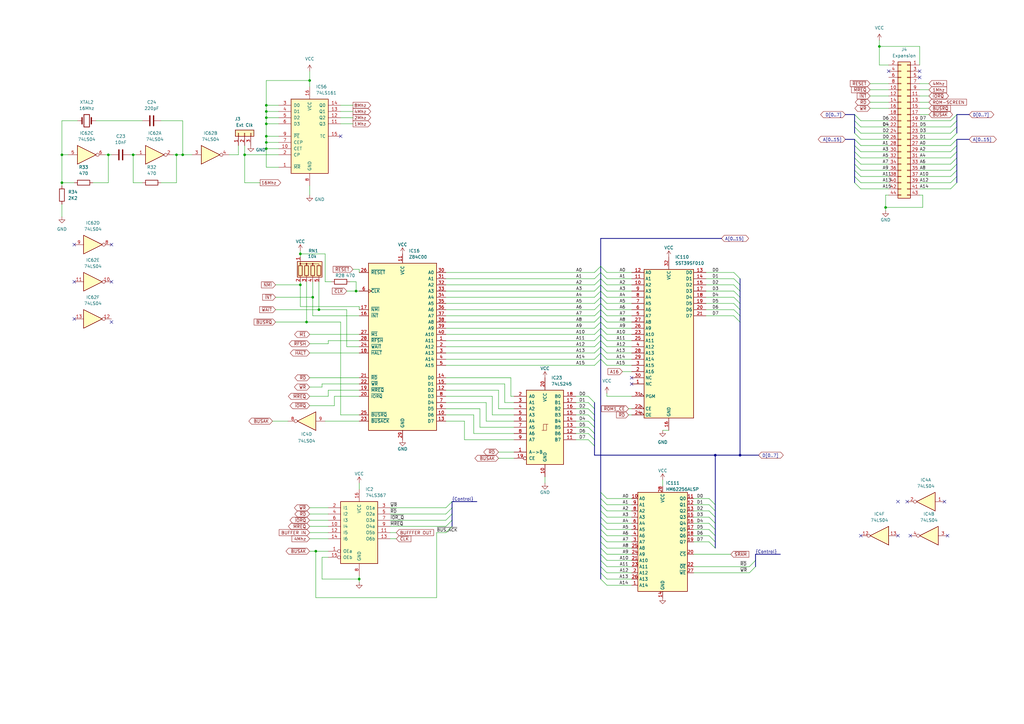
<source format=kicad_sch>
(kicad_sch (version 20231120) (generator "eeschema") (generator_version "8.0")
  (paper "A3")
  (lib_symbols
    (symbol "74xx:74LS04"
      (property "Reference" "U" (at 0 1.27 0))
      (property "Value" "74LS04" (at 0 -1.27 0))
      (symbol "74LS04_1_0"
        (pin input line (at -7.62 0 0) (length 3.81) (name "~") (number "1"))
        (pin output inverted (at 7.62 0 180) (length 3.81) (name "~") (number "2"))
      )
      (symbol "74LS04_2_0"
        (pin input line (at -7.62 0 0) (length 3.81) (name "~") (number "3"))
        (pin output inverted (at 7.62 0 180) (length 3.81) (name "~") (number "4"))
      )
      (symbol "74LS04_3_0"
        (pin input line (at -7.62 0 0) (length 3.81) (name "~") (number "5"))
        (pin output inverted (at 7.62 0 180) (length 3.81) (name "~") (number "6"))
      )
      (symbol "74LS04_4_0"
        (pin output inverted (at 7.62 0 180) (length 3.81) (name "~") (number "8"))
        (pin input line (at -7.62 0 0) (length 3.81) (name "~") (number "9"))
      )
      (symbol "74LS04_5_0"
        (pin output inverted (at 7.62 0 180) (length 3.81) (name "~") (number "10"))
        (pin input line (at -7.62 0 0) (length 3.81) (name "~") (number "11"))
      )
      (symbol "74LS04_6_0"
        (pin output inverted (at 7.62 0 180) (length 3.81) (name "~") (number "12"))
        (pin input line (at -7.62 0 0) (length 3.81) (name "~") (number "13"))
      )
      (symbol "74LS04_7_0"
        (pin power_in line (at 0 12.7 270) (length 5.08) (name "VCC") (number "14"))
        (pin power_in line (at 0 -12.7 90) (length 5.08) (name "GND") (number "7"))
      )
    )
    (symbol "74xx:74LS161" (pin_names (offset 1.016))
      (property "Reference" "U" (at -7.62 16.51 0))
      (property "Value" "74LS161" (at -7.62 -16.51 0))
      (symbol "74LS161_1_0"
        (pin input line (at -12.7 -12.7 0) (length 5.08) (name "~{MR}") (number "1"))
        (pin input line (at -12.7 -5.08 0) (length 5.08) (name "CET") (number "10"))
        (pin output line (at 12.7 5.08 180) (length 5.08) (name "Q3") (number "11"))
        (pin output line (at 12.7 7.62 180) (length 5.08) (name "Q2") (number "12"))
        (pin output line (at 12.7 10.16 180) (length 5.08) (name "Q1") (number "13"))
        (pin output line (at 12.7 12.7 180) (length 5.08) (name "Q0") (number "14"))
        (pin output line (at 12.7 0 180) (length 5.08) (name "TC") (number "15"))
        (pin power_in line (at 0 20.32 270) (length 5.08) (name "VCC") (number "16"))
        (pin input line (at -12.7 -7.62 0) (length 5.08) (name "CP") (number "2"))
        (pin input line (at -12.7 12.7 0) (length 5.08) (name "D0") (number "3"))
        (pin input line (at -12.7 10.16 0) (length 5.08) (name "D1") (number "4"))
        (pin input line (at -12.7 7.62 0) (length 5.08) (name "D2") (number "5"))
        (pin input line (at -12.7 5.08 0) (length 5.08) (name "D3") (number "6"))
        (pin input line (at -12.7 -2.54 0) (length 5.08) (name "CEP") (number "7"))
        (pin power_in line (at 0 -20.32 90) (length 5.08) (name "GND") (number "8"))
        (pin input line (at -12.7 0 0) (length 5.08) (name "~{PE}") (number "9"))
      )
    )
    (symbol "74xx:74LS245" (pin_names (offset 1.016))
      (property "Reference" "U" (at -7.62 16.51 0))
      (property "Value" "74LS245" (at -7.62 -16.51 0))
      (symbol "74LS245_1_0"
        (pin input line (at -12.7 -10.16 0) (length 5.08) (name "A->B") (number "1"))
        (pin power_in line (at 0 -20.32 90) (length 5.08) (name "GND") (number "10"))
        (pin tri_state line (at 12.7 -5.08 180) (length 5.08) (name "B7") (number "11"))
        (pin tri_state line (at 12.7 -2.54 180) (length 5.08) (name "B6") (number "12"))
        (pin tri_state line (at 12.7 0 180) (length 5.08) (name "B5") (number "13"))
        (pin tri_state line (at 12.7 2.54 180) (length 5.08) (name "B4") (number "14"))
        (pin tri_state line (at 12.7 5.08 180) (length 5.08) (name "B3") (number "15"))
        (pin tri_state line (at 12.7 7.62 180) (length 5.08) (name "B2") (number "16"))
        (pin tri_state line (at 12.7 10.16 180) (length 5.08) (name "B1") (number "17"))
        (pin tri_state line (at 12.7 12.7 180) (length 5.08) (name "B0") (number "18"))
        (pin input inverted (at -12.7 -12.7 0) (length 5.08) (name "CE") (number "19"))
        (pin tri_state line (at -12.7 12.7 0) (length 5.08) (name "A0") (number "2"))
        (pin power_in line (at 0 20.32 270) (length 5.08) (name "VCC") (number "20"))
        (pin tri_state line (at -12.7 10.16 0) (length 5.08) (name "A1") (number "3"))
        (pin tri_state line (at -12.7 7.62 0) (length 5.08) (name "A2") (number "4"))
        (pin tri_state line (at -12.7 5.08 0) (length 5.08) (name "A3") (number "5"))
        (pin tri_state line (at -12.7 2.54 0) (length 5.08) (name "A4") (number "6"))
        (pin tri_state line (at -12.7 0 0) (length 5.08) (name "A5") (number "7"))
        (pin tri_state line (at -12.7 -2.54 0) (length 5.08) (name "A6") (number "8"))
        (pin tri_state line (at -12.7 -5.08 0) (length 5.08) (name "A7") (number "9"))
      )
    )
    (symbol "74xx:74LS367" (pin_names (offset 1.016))
      (property "Reference" "U" (at -7.62 13.97 0))
      (property "Value" "74LS367" (at -7.62 -13.97 0))
      (symbol "74LS367_1_0"
        (pin input inverted (at -12.7 -7.62 0) (length 5.08) (name "OEa") (number "1"))
        (pin input line (at -12.7 2.54 0) (length 5.08) (name "I4") (number "10"))
        (pin tri_state line (at 12.7 0 180) (length 5.08) (name "O5b") (number "11"))
        (pin input line (at -12.7 0 0) (length 5.08) (name "I5") (number "12"))
        (pin tri_state line (at 12.7 -2.54 180) (length 5.08) (name "O6b") (number "13"))
        (pin input line (at -12.7 -2.54 0) (length 5.08) (name "I6") (number "14"))
        (pin input inverted (at -12.7 -10.16 0) (length 5.08) (name "OEb") (number "15"))
        (pin power_in line (at 0 17.78 270) (length 5.08) (name "VCC") (number "16"))
        (pin input line (at -12.7 10.16 0) (length 5.08) (name "I1") (number "2"))
        (pin tri_state line (at 12.7 10.16 180) (length 5.08) (name "O1a") (number "3"))
        (pin input line (at -12.7 7.62 0) (length 5.08) (name "I2") (number "4"))
        (pin tri_state line (at 12.7 7.62 180) (length 5.08) (name "O2a") (number "5"))
        (pin input line (at -12.7 5.08 0) (length 5.08) (name "I3") (number "6"))
        (pin tri_state line (at 12.7 5.08 180) (length 5.08) (name "O3a") (number "7"))
        (pin power_in line (at 0 -17.78 90) (length 5.08) (name "GND") (number "8"))
        (pin tri_state line (at 12.7 2.54 180) (length 5.08) (name "O4a") (number "9"))
      )
    )
    (symbol "CPU:Z80CPU" (pin_names (offset 1.016))
      (property "Reference" "U" (at -13.97 35.56 0))
      (property "Value" "Z80CPU" (at 6.35 35.56 0))
      (symbol "Z80CPU_1_1"
        (pin output line (at 17.78 2.54 180) (length 3.81) (name "A11") (number "1"))
        (pin bidirectional line (at 17.78 -27.94 180) (length 3.81) (name "D6") (number "10"))
        (pin power_in line (at 0 38.1 270) (length 3.81) (name "VCC") (number "11"))
        (pin bidirectional line (at 17.78 -17.78 180) (length 3.81) (name "D2") (number "12"))
        (pin bidirectional line (at 17.78 -30.48 180) (length 3.81) (name "D7") (number "13"))
        (pin bidirectional line (at 17.78 -12.7 180) (length 3.81) (name "D0") (number "14"))
        (pin bidirectional line (at 17.78 -15.24 180) (length 3.81) (name "D1") (number "15"))
        (pin input line (at -17.78 12.7 0) (length 3.81) (name "~{INT}") (number "16"))
        (pin input line (at -17.78 15.24 0) (length 3.81) (name "~{NMI}") (number "17"))
        (pin output line (at -17.78 -2.54 0) (length 3.81) (name "~{HALT}") (number "18"))
        (pin output line (at -17.78 -17.78 0) (length 3.81) (name "~{MREQ}") (number "19"))
        (pin output line (at 17.78 0 180) (length 3.81) (name "A12") (number "2"))
        (pin output line (at -17.78 -20.32 0) (length 3.81) (name "~{IORQ}") (number "20"))
        (pin output line (at -17.78 -12.7 0) (length 3.81) (name "~{RD}") (number "21"))
        (pin output line (at -17.78 -15.24 0) (length 3.81) (name "~{WR}") (number "22"))
        (pin output line (at -17.78 -30.48 0) (length 3.81) (name "~{BUSACK}") (number "23"))
        (pin input line (at -17.78 0 0) (length 3.81) (name "~{WAIT}") (number "24"))
        (pin input line (at -17.78 -27.94 0) (length 3.81) (name "~{BUSRQ}") (number "25"))
        (pin input line (at -17.78 30.48 0) (length 3.81) (name "~{RESET}") (number "26"))
        (pin output line (at -17.78 5.08 0) (length 3.81) (name "~{M1}") (number "27"))
        (pin output line (at -17.78 2.54 0) (length 3.81) (name "~{RFSH}") (number "28"))
        (pin power_in line (at 0 -38.1 90) (length 3.81) (name "GND") (number "29"))
        (pin output line (at 17.78 -2.54 180) (length 3.81) (name "A13") (number "3"))
        (pin output line (at 17.78 30.48 180) (length 3.81) (name "A0") (number "30"))
        (pin output line (at 17.78 27.94 180) (length 3.81) (name "A1") (number "31"))
        (pin output line (at 17.78 25.4 180) (length 3.81) (name "A2") (number "32"))
        (pin output line (at 17.78 22.86 180) (length 3.81) (name "A3") (number "33"))
        (pin output line (at 17.78 20.32 180) (length 3.81) (name "A4") (number "34"))
        (pin output line (at 17.78 17.78 180) (length 3.81) (name "A5") (number "35"))
        (pin output line (at 17.78 15.24 180) (length 3.81) (name "A6") (number "36"))
        (pin output line (at 17.78 12.7 180) (length 3.81) (name "A7") (number "37"))
        (pin output line (at 17.78 10.16 180) (length 3.81) (name "A8") (number "38"))
        (pin output line (at 17.78 7.62 180) (length 3.81) (name "A9") (number "39"))
        (pin output line (at 17.78 -5.08 180) (length 3.81) (name "A14") (number "4"))
        (pin output line (at 17.78 5.08 180) (length 3.81) (name "A10") (number "40"))
        (pin output line (at 17.78 -7.62 180) (length 3.81) (name "A15") (number "5"))
        (pin input clock (at -17.78 22.86 0) (length 3.81) (name "~{CLK}") (number "6"))
        (pin bidirectional line (at 17.78 -22.86 180) (length 3.81) (name "D4") (number "7"))
        (pin bidirectional line (at 17.78 -20.32 180) (length 3.81) (name "D3") (number "8"))
        (pin bidirectional line (at 17.78 -25.4 180) (length 3.81) (name "D5") (number "9"))
      )
    )
    (symbol "Connector_Generic:Conn_01x03" (pin_names (offset 1.016) hide)
      (property "Reference" "J" (at 0 5.08 0))
      (property "Value" "Conn_01x03" (at 0 -5.08 0))
      (symbol "Conn_01x03_1_1"
        (pin passive line (at -5.08 2.54 0) (length 3.81) (name "Pin_1") (number "1"))
        (pin passive line (at -5.08 0 0) (length 3.81) (name "Pin_2") (number "2"))
        (pin passive line (at -5.08 -2.54 0) (length 3.81) (name "Pin_3") (number "3"))
      )
    )
    (symbol "Connector_Generic:Conn_02x22_Odd_Even" (pin_names (offset 1.016) hide)
      (property "Reference" "J" (at 1.27 27.94 0))
      (property "Value" "Conn_02x22_Odd_Even" (at 1.27 -30.48 0))
      (symbol "Conn_02x22_Odd_Even_1_1"
        (pin passive line (at -5.08 25.4 0) (length 3.81) (name "Pin_1") (number "1"))
        (pin passive line (at 7.62 15.24 180) (length 3.81) (name "Pin_10") (number "10"))
        (pin passive line (at -5.08 12.7 0) (length 3.81) (name "Pin_11") (number "11"))
        (pin passive line (at 7.62 12.7 180) (length 3.81) (name "Pin_12") (number "12"))
        (pin passive line (at -5.08 10.16 0) (length 3.81) (name "Pin_13") (number "13"))
        (pin passive line (at 7.62 10.16 180) (length 3.81) (name "Pin_14") (number "14"))
        (pin passive line (at -5.08 7.62 0) (length 3.81) (name "Pin_15") (number "15"))
        (pin passive line (at 7.62 7.62 180) (length 3.81) (name "Pin_16") (number "16"))
        (pin passive line (at -5.08 5.08 0) (length 3.81) (name "Pin_17") (number "17"))
        (pin passive line (at 7.62 5.08 180) (length 3.81) (name "Pin_18") (number "18"))
        (pin passive line (at -5.08 2.54 0) (length 3.81) (name "Pin_19") (number "19"))
        (pin passive line (at 7.62 25.4 180) (length 3.81) (name "Pin_2") (number "2"))
        (pin passive line (at 7.62 2.54 180) (length 3.81) (name "Pin_20") (number "20"))
        (pin passive line (at -5.08 0 0) (length 3.81) (name "Pin_21") (number "21"))
        (pin passive line (at 7.62 0 180) (length 3.81) (name "Pin_22") (number "22"))
        (pin passive line (at -5.08 -2.54 0) (length 3.81) (name "Pin_23") (number "23"))
        (pin passive line (at 7.62 -2.54 180) (length 3.81) (name "Pin_24") (number "24"))
        (pin passive line (at -5.08 -5.08 0) (length 3.81) (name "Pin_25") (number "25"))
        (pin passive line (at 7.62 -5.08 180) (length 3.81) (name "Pin_26") (number "26"))
        (pin passive line (at -5.08 -7.62 0) (length 3.81) (name "Pin_27") (number "27"))
        (pin passive line (at 7.62 -7.62 180) (length 3.81) (name "Pin_28") (number "28"))
        (pin passive line (at -5.08 -10.16 0) (length 3.81) (name "Pin_29") (number "29"))
        (pin passive line (at -5.08 22.86 0) (length 3.81) (name "Pin_3") (number "3"))
        (pin passive line (at 7.62 -10.16 180) (length 3.81) (name "Pin_30") (number "30"))
        (pin passive line (at -5.08 -12.7 0) (length 3.81) (name "Pin_31") (number "31"))
        (pin passive line (at 7.62 -12.7 180) (length 3.81) (name "Pin_32") (number "32"))
        (pin passive line (at -5.08 -15.24 0) (length 3.81) (name "Pin_33") (number "33"))
        (pin passive line (at 7.62 -15.24 180) (length 3.81) (name "Pin_34") (number "34"))
        (pin passive line (at -5.08 -17.78 0) (length 3.81) (name "Pin_35") (number "35"))
        (pin passive line (at 7.62 -17.78 180) (length 3.81) (name "Pin_36") (number "36"))
        (pin passive line (at -5.08 -20.32 0) (length 3.81) (name "Pin_37") (number "37"))
        (pin passive line (at 7.62 -20.32 180) (length 3.81) (name "Pin_38") (number "38"))
        (pin passive line (at -5.08 -22.86 0) (length 3.81) (name "Pin_39") (number "39"))
        (pin passive line (at 7.62 22.86 180) (length 3.81) (name "Pin_4") (number "4"))
        (pin passive line (at 7.62 -22.86 180) (length 3.81) (name "Pin_40") (number "40"))
        (pin passive line (at -5.08 -25.4 0) (length 3.81) (name "Pin_41") (number "41"))
        (pin passive line (at 7.62 -25.4 180) (length 3.81) (name "Pin_42") (number "42"))
        (pin passive line (at -5.08 -27.94 0) (length 3.81) (name "Pin_43") (number "43"))
        (pin passive line (at 7.62 -27.94 180) (length 3.81) (name "Pin_44") (number "44"))
        (pin passive line (at -5.08 20.32 0) (length 3.81) (name "Pin_5") (number "5"))
        (pin passive line (at 7.62 20.32 180) (length 3.81) (name "Pin_6") (number "6"))
        (pin passive line (at -5.08 17.78 0) (length 3.81) (name "Pin_7") (number "7"))
        (pin passive line (at 7.62 17.78 180) (length 3.81) (name "Pin_8") (number "8"))
        (pin passive line (at -5.08 15.24 0) (length 3.81) (name "Pin_9") (number "9"))
      )
    )
    (symbol "Device:C" (pin_numbers hide) (pin_names (offset 0.254))
      (property "Reference" "C" (at 0.635 2.54 0))
      (property "Value" "C" (at 0.635 -2.54 0))
      (symbol "C_1_1"
        (pin passive line (at 0 3.81 270) (length 2.794) (name "~") (number "1"))
        (pin passive line (at 0 -3.81 90) (length 2.794) (name "~") (number "2"))
      )
    )
    (symbol "Device:Crystal" (pin_numbers hide) (pin_names (offset 1.016) hide)
      (property "Reference" "Y" (at 0 3.81 0))
      (property "Value" "Crystal" (at 0 -3.81 0))
      (symbol "Crystal_1_1"
        (pin passive line (at -3.81 0 0) (length 1.27) (name "1") (number "1"))
        (pin passive line (at 3.81 0 180) (length 1.27) (name "2") (number "2"))
      )
    )
    (symbol "Device:R" (pin_numbers hide) (pin_names (offset 0))
      (property "Reference" "R" (at 2.032 0 90))
      (property "Value" "R" (at 0 0 90))
      (symbol "R_1_1"
        (pin passive line (at 0 3.81 270) (length 1.27) (name "~") (number "1"))
        (pin passive line (at 0 -3.81 90) (length 1.27) (name "~") (number "2"))
      )
    )
    (symbol "Memory_Flash:SST39SF010"
      (property "Reference" "U" (at 2.54 33.02 0))
      (property "Value" "SST39SF010" (at 0 -30.48 0))
      (symbol "SST39SF010_0_0"
        (pin power_in line (at 0 -34.29 90) (length 5.08) (name "GND") (number "16"))
        (pin power_in line (at 0 36.83 270) (length 5.08) (name "VCC") (number "32"))
      )
      (symbol "SST39SF010_1_1"
        (pin input line (at -15.24 -15.24 0) (length 5.08) (name "NC") (number "1"))
        (pin input line (at -15.24 25.4 0) (length 5.08) (name "A2") (number "10"))
        (pin input line (at -15.24 27.94 0) (length 5.08) (name "A1") (number "11"))
        (pin input line (at -15.24 30.48 0) (length 5.08) (name "A0") (number "12"))
        (pin tri_state line (at 15.24 30.48 180) (length 5.08) (name "D0") (number "13"))
        (pin tri_state line (at 15.24 27.94 180) (length 5.08) (name "D1") (number "14"))
        (pin tri_state line (at 15.24 25.4 180) (length 5.08) (name "D2") (number "15"))
        (pin tri_state line (at 15.24 22.86 180) (length 5.08) (name "D3") (number "17"))
        (pin tri_state line (at 15.24 20.32 180) (length 5.08) (name "D4") (number "18"))
        (pin tri_state line (at 15.24 17.78 180) (length 5.08) (name "D5") (number "19"))
        (pin input line (at -15.24 -10.16 0) (length 5.08) (name "A16") (number "2"))
        (pin tri_state line (at 15.24 15.24 180) (length 5.08) (name "D6") (number "20"))
        (pin tri_state line (at 15.24 12.7 180) (length 5.08) (name "D7") (number "21"))
        (pin input input_low (at -15.24 -25.4 0) (length 5.08) (name "CE") (number "22"))
        (pin input line (at -15.24 5.08 0) (length 5.08) (name "A10") (number "23"))
        (pin input input_low (at -15.24 -27.94 0) (length 5.08) (name "OE") (number "24"))
        (pin input line (at -15.24 2.54 0) (length 5.08) (name "A11") (number "25"))
        (pin input line (at -15.24 7.62 0) (length 5.08) (name "A9") (number "26"))
        (pin input line (at -15.24 10.16 0) (length 5.08) (name "A8") (number "27"))
        (pin input line (at -15.24 -2.54 0) (length 5.08) (name "A13") (number "28"))
        (pin input line (at -15.24 -5.08 0) (length 5.08) (name "A14") (number "29"))
        (pin input line (at -15.24 -7.62 0) (length 5.08) (name "A15") (number "3"))
        (pin input line (at -15.24 -12.7 0) (length 5.08) (name "NC") (number "30"))
        (pin input input_low (at -15.24 -20.32 0) (length 5.08) (name "PGM") (number "31"))
        (pin input line (at -15.24 0 0) (length 5.08) (name "A12") (number "4"))
        (pin input line (at -15.24 12.7 0) (length 5.08) (name "A7") (number "5"))
        (pin input line (at -15.24 15.24 0) (length 5.08) (name "A6") (number "6"))
        (pin input line (at -15.24 17.78 0) (length 5.08) (name "A5") (number "7"))
        (pin input line (at -15.24 20.32 0) (length 5.08) (name "A4") (number "8"))
        (pin input line (at -15.24 22.86 0) (length 5.08) (name "A3") (number "9"))
      )
    )
    (symbol "Memory_RAM:CY62256-70PC"
      (property "Reference" "U" (at -10.16 20.955 0))
      (property "Value" "CY62256-70PC" (at 2.54 20.955 0))
      (symbol "CY62256-70PC_0_0"
        (pin power_in line (at 0 -22.86 90) (length 2.54) (name "GND") (number "14"))
        (pin power_in line (at 0 22.86 270) (length 2.54) (name "VCC") (number "28"))
      )
      (symbol "CY62256-70PC_1_1"
        (pin input line (at -12.7 -17.78 0) (length 2.54) (name "A14") (number "1"))
        (pin input line (at -12.7 17.78 0) (length 2.54) (name "A0") (number "10"))
        (pin tri_state line (at 12.7 17.78 180) (length 2.54) (name "Q0") (number "11"))
        (pin tri_state line (at 12.7 15.24 180) (length 2.54) (name "Q1") (number "12"))
        (pin tri_state line (at 12.7 12.7 180) (length 2.54) (name "Q2") (number "13"))
        (pin tri_state line (at 12.7 10.16 180) (length 2.54) (name "Q3") (number "15"))
        (pin tri_state line (at 12.7 7.62 180) (length 2.54) (name "Q4") (number "16"))
        (pin tri_state line (at 12.7 5.08 180) (length 2.54) (name "Q5") (number "17"))
        (pin tri_state line (at 12.7 2.54 180) (length 2.54) (name "Q6") (number "18"))
        (pin tri_state line (at 12.7 0 180) (length 2.54) (name "Q7") (number "19"))
        (pin input line (at -12.7 -12.7 0) (length 2.54) (name "A12") (number "2"))
        (pin input line (at 12.7 -5.08 180) (length 2.54) (name "~{CS}") (number "20"))
        (pin input line (at -12.7 -7.62 0) (length 2.54) (name "A10") (number "21"))
        (pin input line (at 12.7 -10.16 180) (length 2.54) (name "~{OE}") (number "22"))
        (pin input line (at -12.7 -10.16 0) (length 2.54) (name "A11") (number "23"))
        (pin input line (at -12.7 -5.08 0) (length 2.54) (name "A9") (number "24"))
        (pin input line (at -12.7 -2.54 0) (length 2.54) (name "A8") (number "25"))
        (pin input line (at -12.7 -15.24 0) (length 2.54) (name "A13") (number "26"))
        (pin input line (at 12.7 -12.7 180) (length 2.54) (name "~{WE}") (number "27"))
        (pin input line (at -12.7 0 0) (length 2.54) (name "A7") (number "3"))
        (pin input line (at -12.7 2.54 0) (length 2.54) (name "A6") (number "4"))
        (pin input line (at -12.7 5.08 0) (length 2.54) (name "A5") (number "5"))
        (pin input line (at -12.7 7.62 0) (length 2.54) (name "A4") (number "6"))
        (pin input line (at -12.7 10.16 0) (length 2.54) (name "A3") (number "7"))
        (pin input line (at -12.7 12.7 0) (length 2.54) (name "A2") (number "8"))
        (pin input line (at -12.7 15.24 0) (length 2.54) (name "A1") (number "9"))
      )
    )
    (symbol "PCM_Resistor_AKL:R_Bussed_SIP-5" (pin_names (offset 0.002) hide)
      (property "Reference" "RN" (at 5.08 1.27 0))
      (property "Value" "R_Bussed_SIP-5" (at 5.08 -1.27 0))
      (symbol "R_Bussed_SIP-5_1_1"
        (pin passive line (at -5.08 5.08 270) (length 1.27) (name "common") (number "1"))
        (pin passive line (at -5.08 -5.08 90) (length 1.27) (name "R1") (number "2"))
        (pin passive line (at -2.54 -5.08 90) (length 1.27) (name "R2") (number "3"))
        (pin passive line (at 0 -5.08 90) (length 1.27) (name "R3") (number "4"))
        (pin passive line (at 2.54 -5.08 90) (length 1.27) (name "R4") (number "5"))
      )
    )
    (symbol "VCC_1" (power) (pin_numbers hide) (pin_names (offset 0) hide)
      (property "Value" "VCC" (at 0 3.556 0))
      (symbol "VCC_1_1_1"
        (pin power_in line (at 0 0 90) (length 0) (name "~") (number "1"))
      )
    )
    (symbol "VCC_2" (power) (pin_numbers hide) (pin_names (offset 0) hide)
      (property "Value" "VCC" (at 0 3.556 0))
      (symbol "VCC_2_1_1"
        (pin power_in line (at 0 0 90) (length 0) (name "~") (number "1"))
      )
    )
    (symbol "power:GND" (power) (pin_names (offset 0))
      (property "Value" "GND" (at 0 -3.81 0))
      (symbol "GND_1_1"
        (pin power_in line (at 0 0 270) (length 0) hide (name "GND") (number "1"))
      )
    )
    (symbol "power:VCC" (power) (pin_names (offset 0))
      (property "Value" "VCC" (at 0 3.81 0))
      (symbol "VCC_1_1"
        (pin power_in line (at 0 0 90) (length 0) hide (name "VCC") (number "1"))
      )
    )
  )
  (bus_alias "Control" (members "Reset" "~{Reset}" "~{INT}" "~{BUS_REQ}" "~{M1}" "~{RFSH}" "~{RD}" "~{WR}" "~{IOR_Q}" "~{MREQ}" "~{BUS_ACK}"))
  (junction (at 293.37 186.69))
  (junction (at 360.68 19.05))
  (junction (at 303.53 186.69))
  (junction (at 74.93 63.5))
  (junction (at 123.19 116.84))
  (junction (at 109.22 43.18))
  (junction (at 146.05 119.38))
  (junction (at 54.61 63.5))
  (junction (at 100.33 63.5))
  (junction (at 44.45 63.5))
  (junction (at 109.22 50.8))
  (junction (at 109.22 58.42))
  (junction (at 25.4 74.93))
  (junction (at 125.73 132.08))
  (junction (at 363.22 85.09))
  (junction (at 129.54 226.06))
  (junction (at 109.22 60.96))
  (junction (at 147.32 237.49))
  (junction (at 127 33.02))
  (junction (at 109.22 55.88))
  (junction (at 128.27 121.92))
  (junction (at 123.19 104.14))
  (junction (at 130.81 127))
  (junction (at 72.39 63.5))
  (junction (at 109.22 48.26))
  (junction (at 25.4 63.5))
  (junction (at 109.22 45.72))
  (no_connect (at 30.48 115.57))
  (no_connect (at 388.62 219.71))
  (no_connect (at 364.49 29.21))
  (no_connect (at 368.3 219.71))
  (no_connect (at 30.48 130.81))
  (no_connect (at 377.19 31.75))
  (no_connect (at 353.06 219.71))
  (no_connect (at 139.7 55.88))
  (no_connect (at 373.38 219.71))
  (no_connect (at 377.19 29.21))
  (no_connect (at 45.72 132.08))
  (no_connect (at 387.35 205.74))
  (no_connect (at 259.08 154.94))
  (no_connect (at 372.11 205.74))
  (no_connect (at 368.3 205.74))
  (no_connect (at 259.08 157.48))
  (no_connect (at 30.48 100.33))
  (no_connect (at 45.72 100.33))
  (no_connect (at 45.72 115.57))
  (bus_entry (at 243.84 121.92) (size 2.54 -2.54))
  (bus_entry (at 350.52 74.93) (size 2.54 2.54))
  (bus_entry (at 350.52 59.69) (size 2.54 2.54))
  (bus_entry (at 241.3 170.18) (size 2.54 2.54))
  (bus_entry (at 248.92 204.47) (size -2.54 -2.54))
  (bus_entry (at 248.92 134.62) (size -2.54 -2.54))
  (bus_entry (at 248.92 217.17) (size -2.54 -2.54))
  (bus_entry (at 248.92 227.33) (size -2.54 -2.54))
  (bus_entry (at 290.83 209.55) (size 2.54 2.54))
  (bus_entry (at 243.84 137.16) (size 2.54 -2.54))
  (bus_entry (at 248.92 116.84) (size -2.54 -2.54))
  (bus_entry (at 309.88 232.41) (size -2.54 2.54))
  (bus_entry (at 241.3 162.56) (size 2.54 2.54))
  (bus_entry (at 300.99 127) (size 2.54 2.54))
  (bus_entry (at 243.84 114.3) (size 2.54 -2.54))
  (bus_entry (at 241.3 177.8) (size 2.54 2.54))
  (bus_entry (at 248.92 232.41) (size -2.54 -2.54))
  (bus_entry (at 243.84 116.84) (size 2.54 -2.54))
  (bus_entry (at 290.83 214.63) (size 2.54 2.54))
  (bus_entry (at 290.83 204.47) (size 2.54 2.54))
  (bus_entry (at 248.92 139.7) (size -2.54 -2.54))
  (bus_entry (at 243.84 129.54) (size 2.54 -2.54))
  (bus_entry (at 300.99 124.46) (size 2.54 2.54))
  (bus_entry (at 243.84 124.46) (size 2.54 -2.54))
  (bus_entry (at 241.3 175.26) (size 2.54 2.54))
  (bus_entry (at 248.92 237.49) (size -2.54 -2.54))
  (bus_entry (at 392.43 69.85) (size -2.54 2.54))
  (bus_entry (at 243.84 132.08) (size 2.54 -2.54))
  (bus_entry (at 243.84 144.78) (size 2.54 -2.54))
  (bus_entry (at 392.43 67.31) (size -2.54 2.54))
  (bus_entry (at 392.43 49.53) (size -2.54 2.54))
  (bus_entry (at 185.42 213.36) (size -2.54 2.54))
  (bus_entry (at 290.83 222.25) (size 2.54 2.54))
  (bus_entry (at 290.83 207.01) (size 2.54 2.54))
  (bus_entry (at 243.84 111.76) (size 2.54 -2.54))
  (bus_entry (at 243.84 127) (size 2.54 -2.54))
  (bus_entry (at 290.83 219.71) (size 2.54 2.54))
  (bus_entry (at 248.92 129.54) (size -2.54 -2.54))
  (bus_entry (at 392.43 72.39) (size -2.54 2.54))
  (bus_entry (at 241.3 180.34) (size 2.54 2.54))
  (bus_entry (at 350.52 46.99) (size 2.54 2.54))
  (bus_entry (at 248.92 142.24) (size -2.54 -2.54))
  (bus_entry (at 392.43 59.69) (size -2.54 2.54))
  (bus_entry (at 300.99 114.3) (size 2.54 2.54))
  (bus_entry (at 290.83 212.09) (size 2.54 2.54))
  (bus_entry (at 248.92 207.01) (size -2.54 -2.54))
  (bus_entry (at 392.43 62.23) (size -2.54 2.54))
  (bus_entry (at 248.92 240.03) (size -2.54 -2.54))
  (bus_entry (at 350.52 64.77) (size 2.54 2.54))
  (bus_entry (at 248.92 124.46) (size -2.54 -2.54))
  (bus_entry (at 248.92 209.55) (size -2.54 -2.54))
  (bus_entry (at 185.42 215.9) (size -2.54 2.54))
  (bus_entry (at 248.92 212.09) (size -2.54 -2.54))
  (bus_entry (at 300.99 121.92) (size 2.54 2.54))
  (bus_entry (at 350.52 72.39) (size 2.54 2.54))
  (bus_entry (at 309.88 229.87) (size -2.54 2.54))
  (bus_entry (at 248.92 147.32) (size -2.54 -2.54))
  (bus_entry (at 248.92 222.25) (size -2.54 -2.54))
  (bus_entry (at 350.52 57.15) (size 2.54 2.54))
  (bus_entry (at 290.83 217.17) (size 2.54 2.54))
  (bus_entry (at 300.99 116.84) (size 2.54 2.54))
  (bus_entry (at 392.43 57.15) (size -2.54 2.54))
  (bus_entry (at 243.84 119.38) (size 2.54 -2.54))
  (bus_entry (at 248.92 214.63) (size -2.54 -2.54))
  (bus_entry (at 243.84 149.86) (size 2.54 -2.54))
  (bus_entry (at 248.92 114.3) (size -2.54 -2.54))
  (bus_entry (at 185.42 205.74) (size -2.54 2.54))
  (bus_entry (at 392.43 46.99) (size -2.54 2.54))
  (bus_entry (at 350.52 62.23) (size 2.54 2.54))
  (bus_entry (at 241.3 172.72) (size 2.54 2.54))
  (bus_entry (at 248.92 111.76) (size -2.54 -2.54))
  (bus_entry (at 300.99 119.38) (size 2.54 2.54))
  (bus_entry (at 392.43 64.77) (size -2.54 2.54))
  (bus_entry (at 392.43 52.07) (size -2.54 2.54))
  (bus_entry (at 185.42 208.28) (size -2.54 2.54))
  (bus_entry (at 248.92 132.08) (size -2.54 -2.54))
  (bus_entry (at 185.42 210.82) (size -2.54 2.54))
  (bus_entry (at 350.52 54.61) (size 2.54 2.54))
  (bus_entry (at 241.3 167.64) (size 2.54 2.54))
  (bus_entry (at 248.92 137.16) (size -2.54 -2.54))
  (bus_entry (at 392.43 54.61) (size -2.54 2.54))
  (bus_entry (at 248.92 234.95) (size -2.54 -2.54))
  (bus_entry (at 248.92 149.86) (size -2.54 -2.54))
  (bus_entry (at 300.99 111.76) (size 2.54 2.54))
  (bus_entry (at 248.92 144.78) (size -2.54 -2.54))
  (bus_entry (at 248.92 119.38) (size -2.54 -2.54))
  (bus_entry (at 248.92 127) (size -2.54 -2.54))
  (bus_entry (at 248.92 121.92) (size -2.54 -2.54))
  (bus_entry (at 243.84 147.32) (size 2.54 -2.54))
  (bus_entry (at 350.52 67.31) (size 2.54 2.54))
  (bus_entry (at 243.84 134.62) (size 2.54 -2.54))
  (bus_entry (at 241.3 165.1) (size 2.54 2.54))
  (bus_entry (at 350.52 69.85) (size 2.54 2.54))
  (bus_entry (at 300.99 129.54) (size 2.54 2.54))
  (bus_entry (at 350.52 49.53) (size 2.54 2.54))
  (bus_entry (at 243.84 139.7) (size 2.54 -2.54))
  (bus_entry (at 350.52 52.07) (size 2.54 2.54))
  (bus_entry (at 243.84 142.24) (size 2.54 -2.54))
  (bus_entry (at 248.92 229.87) (size -2.54 -2.54))
  (bus_entry (at 248.92 219.71) (size -2.54 -2.54))
  (bus_entry (at 392.43 74.93) (size -2.54 2.54))
  (bus_entry (at 248.92 224.79) (size -2.54 -2.54))
  (wire (pts (xy 209.55 154.94) (xy 209.55 162.56)))
  (wire (pts (xy 259.08 170.18) (xy 257.81 170.18)))
  (wire (pts (xy 123.19 104.14) (xy 123.19 105.41)))
  (wire (pts (xy 160.02 218.44) (xy 162.56 218.44)))
  (wire (pts (xy 289.56 124.46) (xy 300.99 124.46)))
  (bus (pts (xy 293.37 186.69) (xy 303.53 186.69)))
  (wire (pts (xy 248.92 111.76) (xy 259.08 111.76)))
  (wire (pts (xy 199.39 172.72) (xy 210.82 172.72)))
  (wire (pts (xy 109.22 45.72) (xy 109.22 43.18)))
  (wire (pts (xy 109.22 33.02) (xy 127 33.02)))
  (wire (pts (xy 132.08 157.48) (xy 147.32 157.48)))
  (wire (pts (xy 74.93 49.53) (xy 74.93 63.5)))
  (bus (pts (xy 350.52 54.61) (xy 350.52 52.07)))
  (bus (pts (xy 246.38 234.95) (xy 246.38 232.41)))
  (wire (pts (xy 182.88 111.76) (xy 243.84 111.76)))
  (bus (pts (xy 246.38 97.79) (xy 295.91 97.79)))
  (bus (pts (xy 185.42 208.28) (xy 185.42 210.82)))
  (bus (pts (xy 246.38 204.47) (xy 246.38 201.93)))
  (wire (pts (xy 182.88 160.02) (xy 204.47 160.02)))
  (wire (pts (xy 377.19 54.61) (xy 389.89 54.61)))
  (wire (pts (xy 207.01 165.1) (xy 210.82 165.1)))
  (bus (pts (xy 346.71 57.15) (xy 350.52 57.15)))
  (wire (pts (xy 97.79 59.69) (xy 97.79 63.5)))
  (bus (pts (xy 293.37 222.25) (xy 293.37 224.79)))
  (wire (pts (xy 147.32 129.54) (xy 128.27 129.54)))
  (wire (pts (xy 111.76 172.72) (xy 118.11 172.72)))
  (bus (pts (xy 243.84 172.72) (xy 243.84 175.26)))
  (bus (pts (xy 246.38 129.54) (xy 246.38 127)))
  (wire (pts (xy 353.06 74.93) (xy 364.49 74.93)))
  (wire (pts (xy 71.12 63.5) (xy 72.39 63.5)))
  (bus (pts (xy 246.38 147.32) (xy 246.38 144.78)))
  (bus (pts (xy 246.38 217.17) (xy 246.38 214.63)))
  (wire (pts (xy 356.87 34.29) (xy 364.49 34.29)))
  (bus (pts (xy 311.15 186.69) (xy 303.53 186.69)))
  (wire (pts (xy 53.34 63.5) (xy 54.61 63.5)))
  (wire (pts (xy 130.81 127) (xy 142.24 127)))
  (wire (pts (xy 289.56 127) (xy 300.99 127)))
  (wire (pts (xy 284.48 217.17) (xy 290.83 217.17)))
  (wire (pts (xy 360.68 19.05) (xy 360.68 26.67)))
  (wire (pts (xy 109.22 60.96) (xy 114.3 60.96)))
  (wire (pts (xy 123.19 125.73) (xy 147.32 125.73)))
  (wire (pts (xy 133.35 172.72) (xy 147.32 172.72)))
  (wire (pts (xy 25.4 74.93) (xy 25.4 63.5)))
  (wire (pts (xy 54.61 74.93) (xy 54.61 63.5)))
  (wire (pts (xy 364.49 80.01) (xy 363.22 80.01)))
  (bus (pts (xy 243.84 175.26) (xy 243.84 177.8)))
  (wire (pts (xy 182.88 157.48) (xy 207.01 157.48)))
  (bus (pts (xy 246.38 219.71) (xy 246.38 217.17)))
  (bus (pts (xy 246.38 212.09) (xy 246.38 209.55)))
  (wire (pts (xy 147.32 125.73) (xy 147.32 127)))
  (wire (pts (xy 182.88 167.64) (xy 196.85 167.64)))
  (wire (pts (xy 360.68 16.51) (xy 360.68 19.05)))
  (wire (pts (xy 248.92 147.32) (xy 259.08 147.32)))
  (wire (pts (xy 179.07 245.11) (xy 179.07 218.44)))
  (bus (pts (xy 303.53 119.38) (xy 303.53 121.92)))
  (wire (pts (xy 377.19 19.05) (xy 377.19 26.67)))
  (wire (pts (xy 127 76.2) (xy 127 80.01)))
  (bus (pts (xy 303.53 114.3) (xy 303.53 116.84)))
  (wire (pts (xy 248.92 162.56) (xy 248.92 161.29)))
  (bus (pts (xy 246.38 234.95) (xy 246.38 237.49)))
  (wire (pts (xy 128.27 115.57) (xy 128.27 121.92)))
  (wire (pts (xy 127 210.82) (xy 134.62 210.82)))
  (wire (pts (xy 43.18 63.5) (xy 44.45 63.5)))
  (wire (pts (xy 377.19 69.85) (xy 389.89 69.85)))
  (wire (pts (xy 142.24 142.24) (xy 147.32 142.24)))
  (bus (pts (xy 350.52 49.53) (xy 350.52 46.99)))
  (wire (pts (xy 127 144.78) (xy 147.32 144.78)))
  (wire (pts (xy 182.88 154.94) (xy 209.55 154.94)))
  (bus (pts (xy 392.43 49.53) (xy 392.43 46.99)))
  (bus (pts (xy 303.53 129.54) (xy 303.53 132.08)))
  (wire (pts (xy 236.22 175.26) (xy 241.3 175.26)))
  (wire (pts (xy 54.61 63.5) (xy 55.88 63.5)))
  (wire (pts (xy 139.7 170.18) (xy 147.32 170.18)))
  (wire (pts (xy 377.19 72.39) (xy 389.89 72.39)))
  (wire (pts (xy 113.03 132.08) (xy 125.73 132.08)))
  (wire (pts (xy 377.19 57.15) (xy 389.89 57.15)))
  (wire (pts (xy 377.19 77.47) (xy 389.89 77.47)))
  (wire (pts (xy 356.87 36.83) (xy 364.49 36.83)))
  (bus (pts (xy 392.43 57.15) (xy 397.51 57.15)))
  (wire (pts (xy 236.22 167.64) (xy 241.3 167.64)))
  (wire (pts (xy 182.88 142.24) (xy 243.84 142.24)))
  (bus (pts (xy 246.38 209.55) (xy 246.38 207.01)))
  (bus (pts (xy 246.38 222.25) (xy 246.38 219.71)))
  (wire (pts (xy 182.88 121.92) (xy 243.84 121.92)))
  (wire (pts (xy 66.04 74.93) (xy 72.39 74.93)))
  (wire (pts (xy 125.73 115.57) (xy 125.73 132.08)))
  (bus (pts (xy 246.38 97.79) (xy 246.38 109.22)))
  (wire (pts (xy 289.56 119.38) (xy 300.99 119.38)))
  (wire (pts (xy 134.62 160.02) (xy 147.32 160.02)))
  (wire (pts (xy 353.06 62.23) (xy 364.49 62.23)))
  (wire (pts (xy 201.93 170.18) (xy 210.82 170.18)))
  (wire (pts (xy 284.48 214.63) (xy 290.83 214.63)))
  (wire (pts (xy 353.06 77.47) (xy 364.49 77.47)))
  (bus (pts (xy 246.38 229.87) (xy 246.38 227.33)))
  (bus (pts (xy 392.43 64.77) (xy 392.43 62.23)))
  (wire (pts (xy 109.22 45.72) (xy 114.3 45.72)))
  (bus (pts (xy 392.43 62.23) (xy 392.43 59.69)))
  (wire (pts (xy 125.73 132.08) (xy 139.7 132.08)))
  (bus (pts (xy 293.37 217.17) (xy 293.37 219.71)))
  (wire (pts (xy 127 137.16) (xy 147.32 137.16)))
  (wire (pts (xy 248.92 127) (xy 259.08 127)))
  (wire (pts (xy 146.05 115.57) (xy 146.05 119.38)))
  (bus (pts (xy 243.84 177.8) (xy 243.84 180.34)))
  (wire (pts (xy 147.32 238.76) (xy 147.32 237.49)))
  (bus (pts (xy 346.71 46.99) (xy 350.52 46.99)))
  (wire (pts (xy 204.47 185.42) (xy 210.82 185.42)))
  (wire (pts (xy 182.88 134.62) (xy 243.84 134.62)))
  (bus (pts (xy 392.43 72.39) (xy 392.43 69.85)))
  (bus (pts (xy 246.38 137.16) (xy 246.38 134.62)))
  (bus (pts (xy 246.38 207.01) (xy 246.38 204.47)))
  (wire (pts (xy 72.39 63.5) (xy 74.93 63.5)))
  (wire (pts (xy 114.3 63.5) (xy 100.33 63.5)))
  (wire (pts (xy 259.08 217.17) (xy 248.92 217.17)))
  (bus (pts (xy 392.43 52.07) (xy 392.43 49.53)))
  (wire (pts (xy 160.02 210.82) (xy 182.88 210.82)))
  (bus (pts (xy 303.53 124.46) (xy 303.53 127)))
  (wire (pts (xy 134.62 228.6) (xy 132.08 228.6)))
  (wire (pts (xy 133.35 104.14) (xy 123.19 104.14)))
  (wire (pts (xy 127 215.9) (xy 134.62 215.9)))
  (wire (pts (xy 259.08 204.47) (xy 248.92 204.47)))
  (wire (pts (xy 127 213.36) (xy 134.62 213.36)))
  (wire (pts (xy 259.08 232.41) (xy 248.92 232.41)))
  (wire (pts (xy 182.88 124.46) (xy 243.84 124.46)))
  (wire (pts (xy 248.92 137.16) (xy 259.08 137.16)))
  (bus (pts (xy 350.52 67.31) (xy 350.52 64.77)))
  (bus (pts (xy 350.52 69.85) (xy 350.52 67.31)))
  (bus (pts (xy 246.38 214.63) (xy 246.38 212.09)))
  (wire (pts (xy 377.19 74.93) (xy 389.89 74.93)))
  (wire (pts (xy 106.68 74.93) (xy 100.33 74.93)))
  (wire (pts (xy 289.56 114.3) (xy 300.99 114.3)))
  (wire (pts (xy 377.19 34.29) (xy 381 34.29)))
  (wire (pts (xy 236.22 177.8) (xy 241.3 177.8)))
  (bus (pts (xy 246.38 224.79) (xy 246.38 222.25)))
  (wire (pts (xy 25.4 74.93) (xy 30.48 74.93)))
  (wire (pts (xy 132.08 158.75) (xy 132.08 157.48)))
  (wire (pts (xy 284.48 227.33) (xy 299.72 227.33)))
  (wire (pts (xy 127 218.44) (xy 134.62 218.44)))
  (wire (pts (xy 182.88 119.38) (xy 243.84 119.38)))
  (wire (pts (xy 132.08 228.6) (xy 132.08 237.49)))
  (bus (pts (xy 246.38 116.84) (xy 246.38 114.3)))
  (wire (pts (xy 201.93 162.56) (xy 201.93 170.18)))
  (wire (pts (xy 259.08 209.55) (xy 248.92 209.55)))
  (bus (pts (xy 246.38 147.32) (xy 246.38 201.93)))
  (bus (pts (xy 350.52 74.93) (xy 350.52 72.39)))
  (wire (pts (xy 190.5 180.34) (xy 210.82 180.34)))
  (wire (pts (xy 274.32 176.53) (xy 271.78 176.53)))
  (wire (pts (xy 114.3 68.58) (xy 109.22 68.58)))
  (wire (pts (xy 182.88 147.32) (xy 243.84 147.32)))
  (wire (pts (xy 259.08 227.33) (xy 248.92 227.33)))
  (wire (pts (xy 39.37 49.53) (xy 58.42 49.53)))
  (wire (pts (xy 259.08 229.87) (xy 248.92 229.87)))
  (wire (pts (xy 132.08 237.49) (xy 147.32 237.49)))
  (wire (pts (xy 284.48 219.71) (xy 290.83 219.71)))
  (wire (pts (xy 353.06 52.07) (xy 364.49 52.07)))
  (wire (pts (xy 284.48 232.41) (xy 307.34 232.41)))
  (bus (pts (xy 392.43 59.69) (xy 392.43 57.15)))
  (wire (pts (xy 182.88 132.08) (xy 243.84 132.08)))
  (wire (pts (xy 113.03 121.92) (xy 128.27 121.92)))
  (wire (pts (xy 109.22 60.96) (xy 109.22 58.42)))
  (wire (pts (xy 182.88 165.1) (xy 199.39 165.1)))
  (wire (pts (xy 123.19 102.87) (xy 123.19 104.14)))
  (wire (pts (xy 25.4 83.82) (xy 25.4 88.9)))
  (wire (pts (xy 44.45 63.5) (xy 45.72 63.5)))
  (bus (pts (xy 392.43 72.39) (xy 392.43 74.93)))
  (wire (pts (xy 353.06 72.39) (xy 364.49 72.39)))
  (wire (pts (xy 377.19 49.53) (xy 389.89 49.53)))
  (bus (pts (xy 246.38 111.76) (xy 246.38 109.22)))
  (wire (pts (xy 182.88 129.54) (xy 243.84 129.54)))
  (wire (pts (xy 259.08 134.62) (xy 248.92 134.62)))
  (bus (pts (xy 293.37 207.01) (xy 293.37 209.55)))
  (wire (pts (xy 25.4 49.53) (xy 31.75 49.53)))
  (bus (pts (xy 303.53 132.08) (xy 303.53 186.69)))
  (wire (pts (xy 284.48 222.25) (xy 290.83 222.25)))
  (wire (pts (xy 363.22 85.09) (xy 363.22 86.36)))
  (wire (pts (xy 377.19 19.05) (xy 360.68 19.05)))
  (bus (pts (xy 243.84 180.34) (xy 243.84 182.88)))
  (wire (pts (xy 284.48 207.01) (xy 290.83 207.01)))
  (wire (pts (xy 109.22 48.26) (xy 109.22 45.72)))
  (wire (pts (xy 377.19 62.23) (xy 389.89 62.23)))
  (wire (pts (xy 139.7 48.26) (xy 144.78 48.26)))
  (wire (pts (xy 209.55 162.56) (xy 210.82 162.56)))
  (wire (pts (xy 137.16 166.37) (xy 137.16 162.56)))
  (wire (pts (xy 127 33.02) (xy 127 35.56)))
  (wire (pts (xy 204.47 187.96) (xy 210.82 187.96)))
  (wire (pts (xy 130.81 115.57) (xy 130.81 127)))
  (wire (pts (xy 204.47 160.02) (xy 204.47 167.64)))
  (wire (pts (xy 146.05 119.38) (xy 147.32 119.38)))
  (wire (pts (xy 44.45 74.93) (xy 44.45 63.5)))
  (wire (pts (xy 190.5 172.72) (xy 190.5 180.34)))
  (bus (pts (xy 350.52 59.69) (xy 350.52 57.15)))
  (bus (pts (xy 392.43 67.31) (xy 392.43 64.77)))
  (wire (pts (xy 128.27 129.54) (xy 128.27 121.92)))
  (wire (pts (xy 356.87 44.45) (xy 364.49 44.45)))
  (bus (pts (xy 246.38 127) (xy 246.38 124.46)))
  (wire (pts (xy 377.19 39.37) (xy 381 39.37)))
  (wire (pts (xy 248.92 119.38) (xy 259.08 119.38)))
  (wire (pts (xy 113.03 127) (xy 130.81 127)))
  (bus (pts (xy 350.52 64.77) (xy 350.52 62.23)))
  (wire (pts (xy 248.92 149.86) (xy 259.08 149.86)))
  (wire (pts (xy 137.16 162.56) (xy 147.32 162.56)))
  (wire (pts (xy 259.08 224.79) (xy 248.92 224.79)))
  (wire (pts (xy 129.54 245.11) (xy 179.07 245.11)))
  (wire (pts (xy 284.48 212.09) (xy 290.83 212.09)))
  (wire (pts (xy 127 208.28) (xy 134.62 208.28)))
  (bus (pts (xy 350.52 62.23) (xy 350.52 59.69)))
  (wire (pts (xy 139.7 170.18) (xy 139.7 132.08)))
  (wire (pts (xy 127 154.94) (xy 147.32 154.94)))
  (bus (pts (xy 246.38 119.38) (xy 246.38 116.84)))
  (bus (pts (xy 243.84 167.64) (xy 243.84 170.18)))
  (bus (pts (xy 293.37 186.69) (xy 293.37 207.01)))
  (wire (pts (xy 134.62 140.97) (xy 134.62 139.7)))
  (bus (pts (xy 392.43 54.61) (xy 392.43 52.07)))
  (bus (pts (xy 293.37 212.09) (xy 293.37 214.63)))
  (wire (pts (xy 129.54 226.06) (xy 134.62 226.06)))
  (wire (pts (xy 160.02 208.28) (xy 182.88 208.28)))
  (wire (pts (xy 255.27 152.4) (xy 259.08 152.4)))
  (wire (pts (xy 259.08 162.56) (xy 248.92 162.56)))
  (wire (pts (xy 259.08 116.84) (xy 248.92 116.84)))
  (wire (pts (xy 182.88 144.78) (xy 243.84 144.78)))
  (wire (pts (xy 194.31 170.18) (xy 194.31 177.8)))
  (wire (pts (xy 127 29.21) (xy 127 33.02)))
  (bus (pts (xy 309.88 229.87) (xy 309.88 232.41)))
  (bus (pts (xy 246.38 227.33) (xy 246.38 224.79)))
  (wire (pts (xy 248.92 132.08) (xy 259.08 132.08)))
  (wire (pts (xy 72.39 74.93) (xy 72.39 63.5)))
  (wire (pts (xy 38.1 74.93) (xy 44.45 74.93)))
  (bus (pts (xy 243.84 186.69) (xy 293.37 186.69)))
  (wire (pts (xy 259.08 207.01) (xy 248.92 207.01)))
  (bus (pts (xy 185.42 210.82) (xy 185.42 213.36)))
  (wire (pts (xy 97.79 63.5) (xy 93.98 63.5)))
  (wire (pts (xy 135.89 115.57) (xy 133.35 115.57)))
  (wire (pts (xy 284.48 209.55) (xy 290.83 209.55)))
  (wire (pts (xy 182.88 139.7) (xy 243.84 139.7)))
  (wire (pts (xy 25.4 63.5) (xy 27.94 63.5)))
  (wire (pts (xy 123.19 115.57) (xy 123.19 116.84)))
  (wire (pts (xy 377.19 41.91) (xy 381 41.91)))
  (wire (pts (xy 259.08 214.63) (xy 248.92 214.63)))
  (wire (pts (xy 223.52 195.58) (xy 223.52 198.12)))
  (wire (pts (xy 147.32 110.49) (xy 147.32 111.76)))
  (wire (pts (xy 356.87 41.91) (xy 364.49 41.91)))
  (wire (pts (xy 182.88 170.18) (xy 194.31 170.18)))
  (wire (pts (xy 144.78 110.49) (xy 147.32 110.49)))
  (wire (pts (xy 356.87 39.37) (xy 364.49 39.37)))
  (wire (pts (xy 194.31 177.8) (xy 210.82 177.8)))
  (wire (pts (xy 377.19 52.07) (xy 389.89 52.07)))
  (wire (pts (xy 109.22 58.42) (xy 114.3 58.42)))
  (wire (pts (xy 196.85 175.26) (xy 210.82 175.26)))
  (wire (pts (xy 160.02 213.36) (xy 182.88 213.36)))
  (wire (pts (xy 353.06 59.69) (xy 364.49 59.69)))
  (wire (pts (xy 182.88 127) (xy 243.84 127)))
  (wire (pts (xy 109.22 55.88) (xy 114.3 55.88)))
  (wire (pts (xy 353.06 57.15) (xy 364.49 57.15)))
  (wire (pts (xy 360.68 26.67) (xy 364.49 26.67)))
  (wire (pts (xy 259.08 234.95) (xy 248.92 234.95)))
  (wire (pts (xy 378.46 85.09) (xy 363.22 85.09)))
  (wire (pts (xy 100.33 63.5) (xy 100.33 59.69)))
  (bus (pts (xy 185.42 213.36) (xy 185.42 215.9)))
  (wire (pts (xy 25.4 76.2) (xy 25.4 74.93)))
  (wire (pts (xy 127 162.56) (xy 134.62 162.56)))
  (bus (pts (xy 392.43 69.85) (xy 392.43 67.31)))
  (wire (pts (xy 377.19 46.99) (xy 381 46.99)))
  (bus (pts (xy 246.38 229.87) (xy 246.38 232.41)))
  (wire (pts (xy 100.33 74.93) (xy 100.33 63.5)))
  (bus (pts (xy 350.52 52.07) (xy 350.52 49.53)))
  (wire (pts (xy 143.51 115.57) (xy 146.05 115.57)))
  (wire (pts (xy 259.08 222.25) (xy 248.92 222.25)))
  (wire (pts (xy 259.08 212.09) (xy 248.92 212.09)))
  (wire (pts (xy 377.19 80.01) (xy 378.46 80.01)))
  (wire (pts (xy 133.35 115.57) (xy 133.35 104.14)))
  (wire (pts (xy 127 226.06) (xy 129.54 226.06)))
  (wire (pts (xy 134.62 139.7) (xy 147.32 139.7)))
  (wire (pts (xy 199.39 165.1) (xy 199.39 172.72)))
  (wire (pts (xy 248.92 240.03) (xy 259.08 240.03)))
  (wire (pts (xy 284.48 234.95) (xy 307.34 234.95)))
  (wire (pts (xy 142.24 142.24) (xy 142.24 127)))
  (bus (pts (xy 246.38 132.08) (xy 246.38 129.54)))
  (wire (pts (xy 353.06 67.31) (xy 364.49 67.31)))
  (wire (pts (xy 109.22 43.18) (xy 109.22 33.02)))
  (wire (pts (xy 142.24 119.38) (xy 146.05 119.38)))
  (bus (pts (xy 350.52 72.39) (xy 350.52 69.85)))
  (wire (pts (xy 377.19 59.69) (xy 389.89 59.69)))
  (bus (pts (xy 185.42 205.74) (xy 185.42 208.28)))
  (wire (pts (xy 182.88 172.72) (xy 190.5 172.72)))
  (bus (pts (xy 303.53 121.92) (xy 303.53 124.46)))
  (wire (pts (xy 129.54 226.06) (xy 129.54 245.11)))
  (wire (pts (xy 289.56 116.84) (xy 300.99 116.84)))
  (wire (pts (xy 259.08 167.64) (xy 257.81 167.64)))
  (wire (pts (xy 147.32 237.49) (xy 147.32 236.22)))
  (bus (pts (xy 309.88 227.33) (xy 320.04 227.33)))
  (bus (pts (xy 246.38 139.7) (xy 246.38 137.16)))
  (wire (pts (xy 134.62 162.56) (xy 134.62 160.02)))
  (wire (pts (xy 377.19 64.77) (xy 389.89 64.77)))
  (wire (pts (xy 353.06 54.61) (xy 364.49 54.61)))
  (wire (pts (xy 284.48 204.47) (xy 290.83 204.47)))
  (wire (pts (xy 127 220.98) (xy 134.62 220.98)))
  (wire (pts (xy 182.88 137.16) (xy 243.84 137.16)))
  (wire (pts (xy 182.88 116.84) (xy 243.84 116.84)))
  (wire (pts (xy 58.42 74.93) (xy 54.61 74.93)))
  (bus (pts (xy 303.53 116.84) (xy 303.53 119.38)))
  (wire (pts (xy 248.92 142.24) (xy 259.08 142.24)))
  (wire (pts (xy 160.02 215.9) (xy 182.88 215.9)))
  (wire (pts (xy 123.19 116.84) (xy 123.19 125.73)))
  (wire (pts (xy 248.92 124.46) (xy 259.08 124.46)))
  (wire (pts (xy 363.22 80.01) (xy 363.22 85.09)))
  (wire (pts (xy 127 140.97) (xy 134.62 140.97)))
  (wire (pts (xy 109.22 50.8) (xy 114.3 50.8)))
  (wire (pts (xy 113.03 116.84) (xy 123.19 116.84)))
  (wire (pts (xy 289.56 111.76) (xy 300.99 111.76)))
  (wire (pts (xy 182.88 162.56) (xy 201.93 162.56)))
  (wire (pts (xy 377.19 44.45) (xy 381 44.45)))
  (wire (pts (xy 236.22 162.56) (xy 241.3 162.56)))
  (wire (pts (xy 147.32 198.12) (xy 147.32 200.66)))
  (wire (pts (xy 236.22 170.18) (xy 241.3 170.18)))
  (bus (pts (xy 303.53 127) (xy 303.53 129.54)))
  (wire (pts (xy 109.22 68.58) (xy 109.22 60.96)))
  (wire (pts (xy 248.92 121.92) (xy 259.08 121.92)))
  (wire (pts (xy 377.19 67.31) (xy 389.89 67.31)))
  (wire (pts (xy 160.02 220.98) (xy 162.56 220.98)))
  (wire (pts (xy 248.92 144.78) (xy 259.08 144.78)))
  (bus (pts (xy 246.38 124.46) (xy 246.38 121.92)))
  (wire (pts (xy 259.08 219.71) (xy 248.92 219.71)))
  (wire (pts (xy 289.56 129.54) (xy 300.99 129.54)))
  (bus (pts (xy 246.38 114.3) (xy 246.38 111.76)))
  (bus (pts (xy 246.38 121.92) (xy 246.38 119.38)))
  (wire (pts (xy 127 166.37) (xy 137.16 166.37)))
  (wire (pts (xy 378.46 80.01) (xy 378.46 85.09)))
  (wire (pts (xy 196.85 167.64) (xy 196.85 175.26)))
  (wire (pts (xy 179.07 218.44) (xy 182.88 218.44)))
  (wire (pts (xy 182.88 114.3) (xy 243.84 114.3)))
  (bus (pts (xy 309.88 227.33) (xy 309.88 229.87)))
  (wire (pts (xy 109.22 48.26) (xy 114.3 48.26)))
  (wire (pts (xy 109.22 50.8) (xy 109.22 48.26)))
  (wire (pts (xy 139.7 45.72) (xy 144.78 45.72)))
  (wire (pts (xy 207.01 157.48) (xy 207.01 165.1)))
  (wire (pts (xy 248.92 114.3) (xy 259.08 114.3)))
  (bus (pts (xy 392.43 46.99) (xy 397.51 46.99)))
  (wire (pts (xy 139.7 43.18) (xy 144.78 43.18)))
  (bus (pts (xy 246.38 134.62) (xy 246.38 132.08)))
  (bus (pts (xy 246.38 142.24) (xy 246.38 139.7)))
  (bus (pts (xy 243.84 165.1) (xy 243.84 167.64)))
  (wire (pts (xy 127 158.75) (xy 132.08 158.75)))
  (wire (pts (xy 236.22 165.1) (xy 241.3 165.1)))
  (wire (pts (xy 109.22 55.88) (xy 109.22 50.8)))
  (wire (pts (xy 353.06 69.85) (xy 364.49 69.85)))
  (wire (pts (xy 236.22 180.34) (xy 241.3 180.34)))
  (bus (pts (xy 293.37 214.63) (xy 293.37 217.17)))
  (bus (pts (xy 243.84 170.18) (xy 243.84 172.72)))
  (bus (pts (xy 246.38 144.78) (xy 246.38 142.24)))
  (wire (pts (xy 25.4 63.5) (xy 25.4 49.53)))
  (bus (pts (xy 243.84 182.88) (xy 243.84 186.69)))
  (wire (pts (xy 377.19 36.83) (xy 381 36.83)))
  (wire (pts (xy 74.93 63.5) (xy 78.74 63.5)))
  (bus (pts (xy 293.37 219.71) (xy 293.37 222.25)))
  (wire (pts (xy 109.22 58.42) (xy 109.22 55.88)))
  (wire (pts (xy 236.22 172.72) (xy 241.3 172.72)))
  (wire (pts (xy 271.78 196.85) (xy 271.78 199.39)))
  (wire (pts (xy 66.04 49.53) (xy 74.93 49.53)))
  (wire (pts (xy 353.06 64.77) (xy 364.49 64.77)))
  (wire (pts (xy 248.92 237.49) (xy 259.08 237.49)))
  (wire (pts (xy 182.88 149.86) (xy 243.84 149.86)))
  (wire (pts (xy 204.47 167.64) (xy 210.82 167.64)))
  (wire (pts (xy 353.06 49.53) (xy 364.49 49.53)))
  (bus (pts (xy 185.42 205.74) (xy 195.58 205.74)))
  (wire (pts (xy 259.08 139.7) (xy 248.92 139.7)))
  (wire (pts (xy 139.7 50.8) (xy 144.78 50.8)))
  (wire (pts (xy 109.22 43.18) (xy 114.3 43.18)))
  (wire (pts (xy 289.56 121.92) (xy 300.99 121.92)))
  (bus (pts (xy 293.37 209.55) (xy 293.37 212.09)))
  (wire (pts (xy 248.92 129.54) (xy 259.08 129.54)))
  (label "A2" (at 256.54 116.84 180))
  (label "A7" (at 256.54 129.54 180))
  (label "A12" (at 257.81 234.95 180))
  (label "A5" (at 236.22 124.46 0))
  (label "A12" (at 377.19 74.93 0))
  (label "A4" (at 377.19 64.77 0))
  (label "A13" (at 254 237.49 0))
  (label "A9" (at 256.54 134.62 180))
  (label "A4" (at 236.22 121.92 0))
  (label "A10" (at 236.22 137.16 0))
  (label "D5" (at 377.19 52.07 0))
  (label "A9" (at 236.22 134.62 0))
  (label "D1" (at 237.49 165.1 0))
  (label "D7" (at 377.19 49.53 0))
  (label "A4" (at 257.81 214.63 180))
  (label "A7" (at 361.95 67.31 0))
  (label "A11" (at 257.81 232.41 180))
  (label "D1" (at 292.1 114.3 0))
  (label "D4" (at 237.49 172.72 0))
  (label "D2" (at 361.95 54.61 0))
  (label "A0" (at 377.19 59.69 0))
  (label "D4" (at 361.95 52.07 0))
  (label "D0" (at 292.1 111.76 0))
  (label "A13" (at 361.95 74.93 0))
  (label "A10" (at 256.54 137.16 180))
  (label "A5" (at 256.54 124.46 180))
  (label "D2" (at 237.49 167.64 0))
  (label "~{WR}" (at 160.02 208.28 0))
  (label "~{WR}" (at 303.53 234.95 0))
  (label "A3" (at 236.22 119.38 0))
  (label "D3" (at 377.19 54.61 0))
  (label "A8" (at 256.54 132.08 180))
  (label "A0" (at 236.22 111.76 0))
  (label "A6" (at 256.54 127 180))
  (label "A8" (at 257.81 224.79 180))
  (label "D5" (at 285.75 217.17 0))
  (label "A5" (at 361.95 64.77 0))
  (label "D6" (at 237.49 177.8 0))
  (label "~{BUS_ACK}" (at 179.07 218.44 0))
  (label "A3" (at 256.54 119.38 180))
  (label "D0" (at 285.75 204.47 0))
  (label "D2" (at 285.75 209.55 0))
  (label "A1" (at 236.22 114.3 0))
  (label "A1" (at 256.54 114.3 180))
  (label "A11" (at 361.95 72.39 0))
  (label "D3" (at 292.1 119.38 0))
  (label "D4" (at 285.75 214.63 0))
  (label "A2" (at 236.22 116.84 0))
  (label "A0" (at 256.54 111.76 180))
  (label "D7" (at 292.1 129.54 0))
  (label "D1" (at 285.75 207.01 0))
  (label "A5" (at 257.81 217.17 180))
  (label "A3" (at 257.81 212.09 180))
  (label "A10" (at 377.19 72.39 0))
  (label "A4" (at 256.54 121.92 180))
  (label "A8" (at 377.19 69.85 0))
  (label "A14" (at 236.22 147.32 0))
  (label "A0" (at 257.81 204.47 180))
  (label "D6" (at 285.75 219.71 0))
  (label "D4" (at 361.95 52.07 0))
  (label "{Control}" (at 309.88 227.33 0))
  (label "A12" (at 236.22 142.24 0))
  (label "A3" (at 361.95 62.23 0))
  (label "D3" (at 237.49 170.18 0))
  (label "A1" (at 361.95 59.69 0))
  (label "A8" (at 236.22 132.08 0))
  (label "A12" (at 256.54 142.24 180))
  (label "A11" (at 236.22 139.7 0))
  (label "A15" (at 236.22 149.86 0))
  (label "~{IOR_Q}" (at 160.02 213.36 0))
  (label "A7" (at 257.81 222.25 180))
  (label "A14" (at 377.19 77.47 0))
  (label "A13" (at 236.22 144.78 0))
  (label "D6" (at 292.1 127 0))
  (label "D7" (at 237.49 180.34 0))
  (label "D6" (at 361.95 49.53 0))
  (label "A15" (at 361.95 77.47 0))
  (label "D5" (at 292.1 124.46 0))
  (label "A6" (at 236.22 127 0))
  (label "D7" (at 285.75 222.25 0))
  (label "A10" (at 257.81 229.87 180))
  (label "D1" (at 377.19 57.15 0))
  (label "A2" (at 257.81 209.55 180))
  (label "A9" (at 361.95 69.85 0))
  (label "A14" (at 254 240.03 0))
  (label "D0" (at 361.95 57.15 0))
  (label "~{RD}" (at 160.02 210.82 0))
  (label "A9" (at 257.81 227.33 180))
  (label "A14" (at 252.73 147.32 0))
  (label "A6" (at 257.81 219.71 180))
  (label "{Control}" (at 185.42 205.74 0))
  (label "A2" (at 377.19 62.23 0))
  (label "A13" (at 252.73 144.78 0))
  (label "D0" (at 237.49 162.56 0))
  (label "A1" (at 257.81 207.01 180))
  (label "A15" (at 252.73 149.86 0))
  (label "D5" (at 237.49 175.26 0))
  (label "D4" (at 292.1 121.92 0))
  (label "~{MREQ}" (at 160.02 215.9 0))
  (label "D2" (at 292.1 116.84 0))
  (label "D3" (at 285.75 212.09 0))
  (label "A6" (at 377.19 67.31 0))
  (label "A7" (at 236.22 129.54 0))
  (label "~{RD}" (at 303.53 232.41 0))
  (label "A11" (at 256.54 139.7 180))
  (global_label "~{IORQ}" (shape tri_state) (at 381 39.37 0) (property "Intersheetrefs" "${INTERSHEET_REFS}" (effects (hide yes))))
  (global_label "~{NMI}" (shape input) (at 113.03 116.84 180) (property "Intersheetrefs" "${INTERSHEET_REFS}" (effects (hide yes))))
  (global_label "~{BUSAK}" (shape tri_state) (at 111.76 172.72 180) (property "Intersheetrefs" "${INTERSHEET_REFS}" (effects (hide yes))))
  (global_label "~{WR}" (shape tri_state) (at 356.87 44.45 180) (property "Intersheetrefs" "${INTERSHEET_REFS}" (effects (hide yes))))
  (global_label "A[0..15]" (shape bidirectional) (at 346.71 57.15 180) (property "Intersheetrefs" "${INTERSHEET_REFS}" (effects (hide yes))))
  (global_label "~{RD}" (shape tri_state) (at 127 154.94 180) (property "Intersheetrefs" "${INTERSHEET_REFS}" (effects (hide yes))))
  (global_label "~{HALT}" (shape tri_state) (at 127 144.78 180) (property "Intersheetrefs" "${INTERSHEET_REFS}" (effects (hide yes))))
  (global_label "~{MREQ}" (shape tri_state) (at 127 215.9 180) (property "Intersheetrefs" "${INTERSHEET_REFS}" (effects (hide yes))))
  (global_label "A16" (shape input) (at 255.27 152.4 180) (property "Intersheetrefs" "${INTERSHEET_REFS}" (effects (hide yes))))
  (global_label "1Mhz" (shape input) (at 381 36.83 0) (property "Intersheetrefs" "${INTERSHEET_REFS}" (effects (hide yes))))
  (global_label "~{IORQ}" (shape tri_state) (at 127 166.37 180) (property "Intersheetrefs" "${INTERSHEET_REFS}" (effects (hide yes))))
  (global_label "4Mhz" (shape output) (at 144.78 45.72 0) (property "Intersheetrefs" "${INTERSHEET_REFS}" (effects (hide yes))))
  (global_label "BUFFFER OUT" (shape input) (at 162.56 218.44 0) (property "Intersheetrefs" "${INTERSHEET_REFS}" (effects (hide yes))))
  (global_label "BUFFER IN" (shape input) (at 127 218.44 180) (property "Intersheetrefs" "${INTERSHEET_REFS}" (effects (hide yes))))
  (global_label "~{MREQ}" (shape input) (at 356.87 36.83 180) (property "Intersheetrefs" "${INTERSHEET_REFS}" (effects (hide yes))))
  (global_label "~{MREQ}" (shape tri_state) (at 127 162.56 180) (property "Intersheetrefs" "${INTERSHEET_REFS}" (effects (hide yes))))
  (global_label "A[0..15]" (shape bidirectional) (at 295.91 97.79 0) (property "Intersheetrefs" "${INTERSHEET_REFS}" (effects (hide yes))))
  (global_label "~{INT}" (shape input) (at 356.87 39.37 180) (property "Intersheetrefs" "${INTERSHEET_REFS}" (effects (hide yes))))
  (global_label "~{BUSAK}" (shape tri_state) (at 127 226.06 180) (property "Intersheetrefs" "${INTERSHEET_REFS}" (effects (hide yes))))
  (global_label "~{RD}" (shape tri_state) (at 356.87 41.91 180) (property "Intersheetrefs" "${INTERSHEET_REFS}" (effects (hide yes))))
  (global_label "~{BUSRQ}" (shape input) (at 113.03 132.08 180) (property "Intersheetrefs" "${INTERSHEET_REFS}" (effects (hide yes))))
  (global_label "~{BUSRQ}" (shape input) (at 381 44.45 0) (property "Intersheetrefs" "${INTERSHEET_REFS}" (effects (hide yes))))
  (global_label "ROM-SCREEN" (shape input) (at 381 41.91 0) (property "Intersheetrefs" "${INTERSHEET_REFS}" (effects (hide yes))))
  (global_label "4Mhz" (shape input) (at 127 220.98 180) (property "Intersheetrefs" "${INTERSHEET_REFS}" (effects (hide yes))))
  (global_label "~{CLK}" (shape input) (at 142.24 119.38 180) (property "Intersheetrefs" "${INTERSHEET_REFS}" (effects (hide yes))))
  (global_label "A[0..15]" (shape bidirectional) (at 397.51 57.15 0) (property "Intersheetrefs" "${INTERSHEET_REFS}" (effects (hide yes))))
  (global_label "~{RFSH}" (shape tri_state) (at 127 140.97 180) (property "Intersheetrefs" "${INTERSHEET_REFS}" (effects (hide yes))))
  (global_label "8Mhz" (shape output) (at 144.78 43.18 0) (property "Intersheetrefs" "${INTERSHEET_REFS}" (effects (hide yes))))
  (global_label "~{BUSAK}" (shape tri_state) (at 204.47 187.96 180) (property "Intersheetrefs" "${INTERSHEET_REFS}" (effects (hide yes))))
  (global_label "~{RESET}" (shape input) (at 144.78 110.49 180) (property "Intersheetrefs" "${INTERSHEET_REFS}" (effects (hide yes))))
  (global_label "16Mhz" (shape output) (at 106.68 74.93 0) (property "Intersheetrefs" "${INTERSHEET_REFS}" (effects (hide yes))))
  (global_label "D[0..7]" (shape bidirectional) (at 311.15 186.69 0) (property "Intersheetrefs" "${INTERSHEET_REFS}" (effects (hide yes))))
  (global_label "~{SRAM}" (shape input) (at 299.72 227.33 0) (property "Intersheetrefs" "${INTERSHEET_REFS}" (effects (hide yes))))
  (global_label "~{BUSAK}" (shape tri_state) (at 381 46.99 0) (property "Intersheetrefs" "${INTERSHEET_REFS}" (effects (hide yes))))
  (global_label "~{ROM1_CE}" (shape input) (at 257.81 167.64 180) (property "Intersheetrefs" "${INTERSHEET_REFS}" (effects (hide yes))))
  (global_label "~{RD}" (shape tri_state) (at 127 210.82 180) (property "Intersheetrefs" "${INTERSHEET_REFS}" (effects (hide yes))))
  (global_label "~{RD}" (shape input) (at 257.81 170.18 180) (property "Intersheetrefs" "${INTERSHEET_REFS}" (effects (hide yes))))
  (global_label "D[0..7]" (shape bidirectional) (at 346.71 46.99 180) (property "Intersheetrefs" "${INTERSHEET_REFS}" (effects (hide yes))))
  (global_label "~{RD}" (shape tri_state) (at 204.47 185.42 180) (property "Intersheetrefs" "${INTERSHEET_REFS}" (effects (hide yes))))
  (global_label "~{INT}" (shape input) (at 113.03 121.92 180) (property "Intersheetrefs" "${INTERSHEET_REFS}" (effects (hide yes))))
  (global_label "4Mhz" (shape input) (at 381 34.29 0) (property "Intersheetrefs" "${INTERSHEET_REFS}" (effects (hide yes))))
  (global_label "1Mhz" (shape output) (at 144.78 50.8 0) (property "Intersheetrefs" "${INTERSHEET_REFS}" (effects (hide yes))))
  (global_label "~{M1}" (shape tri_state) (at 127 137.16 180) (property "Intersheetrefs" "${INTERSHEET_REFS}" (effects (hide yes))))
  (global_label "2Mhz" (shape output) (at 144.78 48.26 0) (property "Intersheetrefs" "${INTERSHEET_REFS}" (effects (hide yes))))
  (global_label "~{WR}" (shape tri_state) (at 127 208.28 180) (property "Intersheetrefs" "${INTERSHEET_REFS}" (effects (hide yes))))
  (global_label "~{WR}" (shape tri_state) (at 127 158.75 180) (property "Intersheetrefs" "${INTERSHEET_REFS}" (effects (hide yes))))
  (global_label "D[0..7]" (shape bidirectional) (at 397.51 46.99 0) (property "Intersheetrefs" "${INTERSHEET_REFS}" (effects (hide yes))))
  (global_label "~{CLK}" (shape input) (at 162.56 220.98 0) (property "Intersheetrefs" "${INTERSHEET_REFS}" (effects (hide yes))))
  (global_label "~{WAIT}" (shape input) (at 113.03 127 180) (property "Intersheetrefs" "${INTERSHEET_REFS}" (effects (hide yes))))
  (global_label "~{RESET}" (shape input) (at 356.87 34.29 180) (property "Intersheetrefs" "${INTERSHEET_REFS}" (effects (hide yes))))
  (global_label "~{IORQ}" (shape tri_state) (at 127 213.36 180) (property "Intersheetrefs" "${INTERSHEET_REFS}" (effects (hide yes))))
  (symbol (lib_id "power:GND") (at 127 80.01 0) (unit 1)
    (property "Reference" "#PWR015" (effects (hide yes)))
    (property "Value" "GND" (at 131.064 81.788 0))
    (property "Description" "Power symbol creates a global label with name \"GND\" , ground" (effects (hide yes)))
  )
  (symbol (lib_id "Device:C") (at 62.23 49.53 90) (unit 1)
    (property "Reference" "C24" (at 62.23 41.91 90))
    (property "Value" "220pF" (at 62.23 44.45 90))
    (property "Footprint" "Capacitor_THT:C_Rect_L7.2mm_W2.5mm_P5.00mm_FKS2_FKP2_MKS2_MKP2" (effects (hide yes)))
    (property "Description" "Unpolarized capacitor" (effects (hide yes)))
  )
  (symbol (lib_id "74xx:74LS04") (at 360.68 219.71 180) (unit 6)
    (property "Reference" "IC4" (at 360.68 210.82 0))
    (property "Value" "74LS04" (at 360.68 213.36 0))
    (property "Footprint" "Package_DIP:DIP-14_W7.62mm_LongPads" (effects (hide yes)))
    (property "Datasheet" "http://www.ti.com/lit/gpn/sn74LS04" (effects (hide yes)))
    (property "Description" "Hex Inverter" (effects (hide yes)))
  )
  (symbol (lib_id "Device:R") (at 34.29 74.93 90) (unit 1)
    (property "Reference" "R33" (at 34.29 68.58 90))
    (property "Value" "470" (at 34.29 71.12 90))
    (property "Footprint" "Resistor_THT:R_Axial_DIN0207_L6.3mm_D2.5mm_P10.16mm_Horizontal" (effects (hide yes)))
    (property "Description" "Resistor" (effects (hide yes)))
  )
  (symbol (lib_id "power:GND") (at 102.87 59.69 0) (unit 1)
    (property "Reference" "#PWR014" (effects (hide yes)))
    (property "Value" "GND" (at 106.934 61.468 0))
    (property "Description" "Power symbol creates a global label with name \"GND\" , ground" (effects (hide yes)))
  )
  (symbol (lib_id "power:VCC") (at 147.32 198.12 0) (unit 1)
    (property "Reference" "#PWR047" (effects (hide yes)))
    (property "Value" "VCC" (at 147.32 194.31 0))
  )
  (symbol (lib_id "power:GND") (at 25.4 88.9 0) (unit 1)
    (property "Reference" "#PWR016" (effects (hide yes)))
    (property "Value" "GND" (at 25.4 93.98 0))
    (property "Description" "Power symbol creates a global label with name \"GND\" , ground" (effects (hide yes)))
  )
  (symbol (lib_id "power:GND") (at 363.22 86.36 0) (unit 1)
    (property "Reference" "#PWR017" (effects (hide yes)))
    (property "Value" "GND" (at 363.22 90.17 0))
  )
  (symbol (lib_id "power:GND") (at 271.78 245.11 0) (unit 1)
    (property "Reference" "#PWR027" (effects (hide yes)))
    (property "Value" "GND" (effects (hide yes)))
  )
  (symbol (lib_id "power:VCC") (at 123.19 102.87 0) (unit 1)
    (property "Reference" "#PWR018" (effects (hide yes)))
    (property "Value" "VCC" (at 123.19 99.06 0))
  )
  (symbol (lib_name "VCC_1") (lib_id "power:VCC") (at 360.68 16.51 0) (unit 1)
    (property "Reference" "#PWR012" (effects (hide yes)))
    (property "Value" "VCC" (at 360.68 11.43 0))
    (property "Description" "Power symbol creates a global label with name \"VCC\"" (effects (hide yes)))
  )
  (symbol (lib_id "Device:R") (at 25.4 80.01 180) (unit 1)
    (property "Reference" "R34" (at 27.94 78.7399 0) (effects (justify right)))
    (property "Value" "2K2" (at 27.94 81.2799 0) (effects (justify right)))
    (property "Footprint" "Resistor_THT:R_Axial_DIN0207_L6.3mm_D2.5mm_P10.16mm_Horizontal" (effects (hide yes)))
    (property "Description" "Resistor" (effects (hide yes)))
  )
  (symbol (lib_id "power:VCC") (at 223.52 154.94 0) (unit 1)
    (property "Reference" "#PWR048" (effects (hide yes)))
    (property "Value" "VCC" (at 223.52 151.13 0))
  )
  (symbol (lib_id "PCM_Resistor_AKL:R_Bussed_SIP-5") (at 128.27 110.49 0) (unit 1)
    (property "Reference" "RN1" (at 126.492 102.87 0) (effects (justify left)))
    (property "Value" "10k" (at 126.238 105.156 0) (effects (justify left)))
    (property "Footprint" "PCM_Resistor_THT_AKL:R_Array_SIP5_BigPads" (effects (hide yes)))
    (property "Description" "SIP-5 4x Resistor Network, Bussed, European Symbol, Alternate KiCad Library" (effects (hide yes)))
  )
  (symbol (lib_name "VCC_2") (lib_id "power:VCC") (at 248.92 161.29 0) (unit 1)
    (property "Reference" "#PWR021" (effects (hide yes)))
    (property "Value" "VCC" (at 248.92 156.21 0))
    (property "Description" "Power symbol creates a global label with name \"VCC\"" (effects (hide yes)))
  )
  (symbol (lib_id "Device:C") (at 49.53 63.5 90) (unit 1)
    (property "Reference" "C23" (at 49.53 55.88 90))
    (property "Value" "10nF" (at 49.53 58.42 90))
    (property "Footprint" "Capacitor_THT:C_Rect_L7.2mm_W2.5mm_P5.00mm_FKS2_FKP2_MKS2_MKP2" (effects (hide yes)))
    (property "Description" "Unpolarized capacitor" (effects (hide yes)))
  )
  (symbol (lib_id "Memory_RAM:CY62256-70PC") (at 271.78 222.25 0) (unit 1)
    (property "Reference" "IC111" (at 273.05 198.12 0) (effects (justify left)))
    (property "Value" "HM62256ALSP" (at 273.05 200.66 0) (effects (justify left)))
    (property "Footprint" "Package_DIP:DIP-28_W15.24mm_Socket_LongPads" (effects (hide yes)))
  )
  (symbol (lib_id "74xx:74LS04") (at 63.5 63.5 0) (unit 1)
    (property "Reference" "IC62" (at 63.5 54.61 0))
    (property "Value" "74LS04" (at 63.5 57.15 0))
    (property "Footprint" "Package_DIP:DIP-14_W7.62mm_LongPads" (effects (hide yes)))
    (property "Datasheet" "http://www.ti.com/lit/gpn/sn74LS04" (effects (hide yes)))
    (property "Description" "Hex Inverter" (effects (hide yes)))
  )
  (symbol (lib_id "74xx:74LS04") (at 38.1 130.81 0) (unit 6)
    (property "Reference" "IC62" (at 38.1 121.92 0))
    (property "Value" "74LS04" (at 38.1 124.46 0))
    (property "Footprint" "Package_DIP:DIP-14_W7.62mm_LongPads" (effects (hide yes)))
    (property "Datasheet" "http://www.ti.com/lit/gpn/sn74LS04" (effects (hide yes)))
    (property "Description" "Hex Inverter" (effects (hide yes)))
  )
  (symbol (lib_id "Memory_Flash:SST39SF010") (at 274.32 142.24 0) (unit 1)
    (property "Reference" "IC110" (at 276.8915 105.41 0) (effects (justify left)))
    (property "Value" "SST39SF010" (at 276.8915 107.95 0) (effects (justify left)))
    (property "Footprint" "Socket:DIP_Socket-32_W11.9_W12.7_W15.24_W17.78_W18.5_3M_232-1285-00-0602J" (effects (hide yes)))
    (property "Datasheet" "http://ww1.microchip.com/downloads/en/DeviceDoc/25022B.pdf" (effects (hide yes)))
    (property "Description" "Silicon Storage Technology (SSF) 128k x 8 Flash ROM" (effects (hide yes)))
  )
  (symbol (lib_id "74xx:74LS04") (at 381 219.71 180) (unit 2)
    (property "Reference" "IC4" (at 381 210.82 0))
    (property "Value" "74LS04" (at 381 213.36 0))
    (property "Footprint" "Package_DIP:DIP-14_W7.62mm_LongPads" (effects (hide yes)))
    (property "Datasheet" "http://www.ti.com/lit/gpn/sn74LS04" (effects (hide yes)))
    (property "Description" "Hex Inverter" (effects (hide yes)))
  )
  (symbol (lib_id "power:VCC") (at 165.1 104.14 0) (unit 1)
    (property "Reference" "#PWR019" (effects (hide yes)))
    (property "Value" "VCC" (at 165.1 100.33 0))
  )
  (symbol (lib_id "74xx:74LS04") (at 38.1 115.57 0) (unit 5)
    (property "Reference" "IC62" (at 38.1 106.68 0))
    (property "Value" "74LS04" (at 38.1 109.22 0))
    (property "Footprint" "Package_DIP:DIP-14_W7.62mm_LongPads" (effects (hide yes)))
    (property "Datasheet" "http://www.ti.com/lit/gpn/sn74LS04" (effects (hide yes)))
    (property "Description" "Hex Inverter" (effects (hide yes)))
  )
  (symbol (lib_id "74xx:74LS245") (at 223.52 175.26 0) (unit 1)
    (property "Reference" "IC23" (at 226.0915 154.94 0) (effects (justify left)))
    (property "Value" "74LS245" (at 226.0915 157.48 0) (effects (justify left)))
    (property "Footprint" "Package_DIP:DIP-20_W7.62mm_LongPads" (effects (hide yes)))
    (property "Datasheet" "http://www.ti.com/lit/gpn/sn74LS245" (effects (hide yes)))
    (property "Description" "Octal BUS Transceivers, 3-State outputs" (effects (hide yes)))
  )
  (symbol (lib_id "74xx:74LS161") (at 127 55.88 0) (unit 1)
    (property "Reference" "IC56" (at 129.5715 35.56 0) (effects (justify left)))
    (property "Value" "74LS161" (at 129.5715 38.1 0) (effects (justify left)))
    (property "Footprint" "Package_DIP:DIP-16_W7.62mm_Socket_LongPads" (effects (hide yes)))
    (property "Datasheet" "http://www.ti.com/lit/gpn/sn74LS161" (effects (hide yes)))
    (property "Description" "Synchronous 4-bit programmable binary Counter" (effects (hide yes)))
  )
  (symbol (lib_id "Device:Crystal") (at 35.56 49.53 0) (unit 1)
    (property "Reference" "XTAL2" (at 35.56 41.91 0))
    (property "Value" "16Mhz" (at 35.56 44.45 0))
    (property "Footprint" "Crystal:Crystal_HC49-4H_Vertical" (effects (hide yes)))
    (property "Description" "Two pin crystal" (effects (hide yes)))
  )
  (symbol (lib_id "74xx:74LS367") (at 147.32 218.44 0) (unit 1)
    (property "Reference" "IC2" (at 149.8915 200.66 0) (effects (justify left)))
    (property "Value" "74LS367" (at 149.8915 203.2 0) (effects (justify left)))
    (property "Footprint" "Package_DIP:DIP-16_W7.62mm_Socket_LongPads" (effects (hide yes)))
    (property "Datasheet" "http://www.ti.com/lit/gpn/sn74LS367" (effects (hide yes)))
    (property "Description" "Hex Bus Driver 3-state outputs" (effects (hide yes)))
  )
  (symbol (lib_id "power:GND") (at 223.52 198.12 0) (unit 1)
    (property "Reference" "#PWR049" (effects (hide yes)))
    (property "Value" "GND" (at 223.52 201.93 0))
  )
  (symbol (lib_id "74xx:74LS04") (at 38.1 100.33 0) (unit 4)
    (property "Reference" "IC62" (at 38.1 91.44 0))
    (property "Value" "74LS04" (at 38.1 93.98 0))
    (property "Footprint" "Package_DIP:DIP-14_W7.62mm_LongPads" (effects (hide yes)))
    (property "Datasheet" "http://www.ti.com/lit/gpn/sn74LS04" (effects (hide yes)))
    (property "Description" "Hex Inverter" (effects (hide yes)))
  )
  (symbol (lib_id "74xx:74LS04") (at 35.56 63.5 0) (unit 3)
    (property "Reference" "IC62" (at 35.56 54.61 0))
    (property "Value" "74LS04" (at 35.56 57.15 0))
    (property "Footprint" "Package_DIP:DIP-14_W7.62mm_LongPads" (effects (hide yes)))
    (property "Datasheet" "http://www.ti.com/lit/gpn/sn74LS04" (effects (hide yes)))
    (property "Description" "Hex Inverter" (effects (hide yes)))
  )
  (symbol (lib_id "CPU:Z80CPU") (at 165.1 142.24 0) (unit 1)
    (property "Reference" "IC16" (at 167.6715 102.87 0) (effects (justify left)))
    (property "Value" "Z84C00" (at 167.6715 105.41 0) (effects (justify left)))
    (property "Footprint" "Package_DIP:DIP-40_W15.24mm_LongPads" (effects (hide yes)))
  )
  (symbol (lib_id "Connector_Generic:Conn_02x22_Odd_Even") (at 372.11 52.07 0) (mirror y) (unit 1)
    (property "Reference" "J4" (at 370.84 20.32 0))
    (property "Value" "Expansion" (at 370.84 22.86 0))
    (property "Footprint" "Connector_PinHeader_2.54mm:PinHeader_2x22_P2.54mm_Horizontal" (effects (hide yes)))
    (property "Description" "Generic connector, double row, 02x22, odd/even pin numbering scheme (row 1 odd numbers, row 2 even numbers), script generated (kicad-library-utils/schlib/autogen/connector/)" (effects (hide yes)))
  )
  (symbol (lib_id "Device:R") (at 62.23 74.93 90) (unit 1)
    (property "Reference" "R32" (at 62.23 68.58 90))
    (property "Value" "470" (at 62.23 71.12 90))
    (property "Footprint" "Resistor_THT:R_Axial_DIN0207_L6.3mm_D2.5mm_P10.16mm_Horizontal" (effects (hide yes)))
    (property "Description" "Resistor" (effects (hide yes)))
  )
  (symbol (lib_id "power:GND") (at 147.32 238.76 0) (unit 1)
    (property "Reference" "#PWR046" (effects (hide yes)))
    (property "Value" "GND" (effects (hide yes)))
  )
  (symbol (lib_id "Connector_Generic:Conn_01x03") (at 100.33 54.61 90) (unit 1)
    (property "Reference" "J3" (at 96.266 48.768 90) (effects (justify right)))
    (property "Value" "Ext Clk" (at 96.774 51.308 90) (effects (justify right)))
    (property "Footprint" "Connector_PinSocket_2.54mm:PinSocket_1x03_P2.54mm_Vertical" (effects (hide yes)))
    (property "Description" "Generic connector, single row, 01x03, script generated (kicad-library-utils/schlib/autogen/connector/)" (effects (hide yes)))
  )
  (symbol (lib_id "power:GND") (at 165.1 180.34 0) (unit 1)
    (property "Reference" "#PWR023" (effects (hide yes)))
    (property "Value" "GND" (at 165.1 184.15 0))
  )
  (symbol (lib_id "Device:R") (at 139.7 115.57 90) (unit 1)
    (property "Reference" "R28" (at 139.446 113.03 90))
    (property "Value" "470" (at 143.764 113.03 90))
    (property "Footprint" "Resistor_THT:R_Axial_DIN0207_L6.3mm_D2.5mm_P10.16mm_Horizontal" (effects (hide yes)))
    (property "Description" "Resistor" (effects (hide yes)))
  )
  (symbol (lib_id "power:VCC") (at 274.32 105.41 0) (unit 1)
    (property "Reference" "#PWR020" (effects (hide yes)))
    (property "Value" "VCC" (at 274.32 101.6 0))
  )
  (symbol (lib_id "74xx:74LS04") (at 379.73 205.74 180) (unit 1)
    (property "Reference" "IC4" (at 379.73 196.85 0))
    (property "Value" "74LS04" (at 379.73 199.39 0))
    (property "Footprint" "Package_DIP:DIP-14_W7.62mm_LongPads" (effects (hide yes)))
    (property "Datasheet" "http://www.ti.com/lit/gpn/sn74LS04" (effects (hide yes)))
    (property "Description" "Hex Inverter" (effects (hide yes)))
  )
  (symbol (lib_id "74xx:74LS04") (at 86.36 63.5 0) (unit 2)
    (property "Reference" "IC62" (at 86.36 54.61 0))
    (property "Value" "74LS04" (at 86.36 57.15 0))
    (property "Footprint" "Package_DIP:DIP-14_W7.62mm_LongPads" (effects (hide yes)))
    (property "Datasheet" "http://www.ti.com/lit/gpn/sn74LS04" (effects (hide yes)))
    (property "Description" "Hex Inverter" (effects (hide yes)))
  )
  (symbol (lib_id "74xx:74LS04") (at 125.73 172.72 180) (unit 4)
    (property "Reference" "IC4" (at 125.73 178.054 0))
    (property "Value" "74LS04" (at 125.73 180.848 0))
    (property "Footprint" "Package_DIP:DIP-14_W7.62mm_LongPads" (effects (hide yes)))
    (property "Datasheet" "http://www.ti.com/lit/gpn/sn74LS04" (effects (hide yes)))
    (property "Description" "Hex Inverter" (effects (hide yes)))
  )
  (symbol (lib_id "power:GND") (at 271.78 176.53 0) (unit 1)
    (property "Reference" "#PWR022" (effects (hide yes)))
    (property "Value" "GND" (at 271.78 181.356 0))
  )
  (symbol (lib_id "power:VCC") (at 271.78 196.85 0) (unit 1)
    (property "Reference" "#PWR024" (effects (hide yes)))
    (property "Value" "VCC" (at 271.78 193.04 0))
  )
  (symbol (lib_id "power:VCC") (at 127 29.21 0) (unit 1)
    (property "Reference" "#PWR013" (effects (hide yes)))
    (property "Value" "VCC" (at 127 24.13 0))
    (property "Description" "Power symbol creates a global label with name \"VCC\"" (effects (hide yes)))
  )
)
</source>
